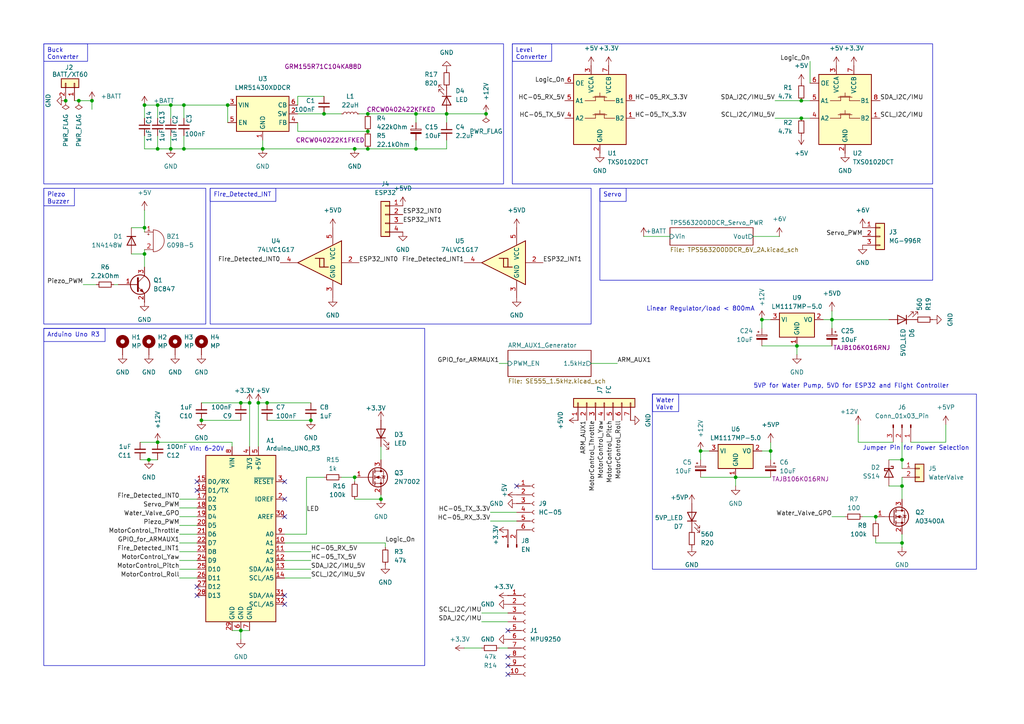
<source format=kicad_sch>
(kicad_sch (version 20250114) (generator "eeschema") (generator_version "9.0")
  (paper "A4")
  (rectangle (start 12.7 95.25) (end 123.19 193.04))
  (rectangle (start 189.23 114.3) (end 283.21 165.1))
  (rectangle (start 148.59 12.7) (end 270.51 53.34))
  (rectangle (start 60.96 54.61) (end 171.45 93.98))
  (rectangle (start 173.99 54.61) (end 270.51 81.28))
  (rectangle (start 12.7 12.7) (end 146.05 53.34))
  (rectangle (start 12.7 54.61) (end 59.69 93.98))
  (text "Vin: 6~20V" (at 59.944 130.302 0) (effects (font (size 1.27 1.27))))
  (text "5VP for Water Pump, 5VD for ESP32 and Flight Controller" (at 246.888 112.014 0) (effects (font (size 1.27 1.27))))
  (text "Linear Regulator/load < 800mA" (at 203.2 89.662 0) (effects (font (size 1.27 1.27))))
  (text "Jumper Pin for Power Selection" (at 265.684 130.048 0) (effects (font (size 1.27 1.27))))
  (text_box "Servo" (at 173.99 54.61 0) (size 7.62 3.81) (margins 0.9525 0.9525 0.9525 0.9525) (effects (font (size 1.27 1.27)) (justify left top)))
  (text_box "Piezo Buzzer" (at 12.7 54.61 0) (size 8.89 5.08) (margins 0.9525 0.9525 0.9525 0.9525) (effects (font (size 1.27 1.27)) (justify left top)))
  (text_box "Level Converter" (at 148.59 12.7 0) (size 11.43 5.08) (margins 0.9525 0.9525 0.9525 0.9525) (effects (font (size 1.27 1.27)) (justify left top)))
  (text_box "Fire_Detected_INT" (at 60.96 54.61 0) (size 19.05 3.81) (margins 0.9525 0.9525 0.9525 0.9525) (effects (font (size 1.27 1.27)) (justify left top)))
  (text_box "Arduino Uno R3" (at 12.7 95.25 0) (size 17.78 3.81) (margins 0.9525 0.9525 0.9525 0.9525) (effects (font (size 1.27 1.27)) (justify left top)))
  (text_box "Water Valve" (at 189.23 114.3 0) (size 7.62 5.08) (margins 0.9525 0.9525 0.9525 0.9525) (effects (font (size 1.27 1.27)) (justify left top)))
  (text_box "Buck Converter" (at 12.7 12.7 0) (size 12.7 5.08) (margins 0.9525 0.9525 0.9525 0.9525) (effects (font (size 1.27 1.27)) (justify left top)))
  (junction (at 110.49 144.78))
  (junction (at 76.2 43.18))
  (junction (at 41.91 66.04))
  (junction (at 66.04 30.48))
  (junction (at 140.97 33.02))
  (junction (at 223.52 130.81))
  (junction (at 93.98 33.02))
  (junction (at 72.39 116.84))
  (junction (at 232.41 29.21))
  (junction (at 106.68 33.02))
  (junction (at 232.41 34.29))
  (junction (at 45.72 43.18))
  (junction (at 77.47 116.84))
  (junction (at 41.91 73.66))
  (junction (at 203.2 130.81))
  (junction (at 254 149.86))
  (junction (at 69.85 182.88))
  (junction (at 49.53 43.18))
  (junction (at 261.62 157.48))
  (junction (at 53.34 30.48))
  (junction (at 45.72 128.27))
  (junction (at 58.42 121.92))
  (junction (at 241.3 92.71))
  (junction (at 22.86 29.21))
  (junction (at 129.54 33.02))
  (junction (at 120.65 33.02))
  (junction (at 49.53 30.48))
  (junction (at 43.18 133.35))
  (junction (at 261.62 133.35))
  (junction (at 102.87 138.43))
  (junction (at 19.05 29.21))
  (junction (at 220.98 92.71))
  (junction (at 106.68 38.1))
  (junction (at 41.91 30.48))
  (junction (at 102.87 43.18))
  (junction (at 45.72 30.48))
  (junction (at 53.34 43.18))
  (junction (at 90.17 121.92))
  (junction (at 74.93 116.84))
  (junction (at 106.68 43.18))
  (junction (at 213.36 138.43))
  (junction (at 120.65 43.18))
  (junction (at 69.85 116.84))
  (junction (at 231.14 100.33))
  (junction (at 261.62 140.97))
  (junction (at 26.67 29.21))
  (no_connect (at 147.32 193.04))
  (no_connect (at 82.55 175.26))
  (no_connect (at 149.86 140.97))
  (no_connect (at 57.15 170.18))
  (no_connect (at 82.55 149.86))
  (no_connect (at 57.15 172.72))
  (no_connect (at 82.55 172.72))
  (no_connect (at 82.55 139.7))
  (no_connect (at 57.15 139.7))
  (no_connect (at 57.15 142.24))
  (no_connect (at 147.32 195.58))
  (no_connect (at 147.32 190.5))
  (no_connect (at 147.32 182.88))
  (no_connect (at 82.55 144.78))
  (wire (pts (xy 248.92 123.19) (xy 248.92 128.27)))
  (wire (pts (xy 134.62 187.96) (xy 139.7 187.96)))
  (wire (pts (xy 41.91 43.18) (xy 45.72 43.18)))
  (wire (pts (xy 220.98 92.71) (xy 223.52 92.71)))
  (wire (pts (xy 86.36 30.48) (xy 86.36 27.94)))
  (wire (pts (xy 72.39 116.84) (xy 72.39 129.54)))
  (wire (pts (xy 76.2 43.18) (xy 76.2 40.64)))
  (wire (pts (xy 261.62 138.43) (xy 261.62 140.97)))
  (wire (pts (xy 52.07 165.1) (xy 57.15 165.1)))
  (wire (pts (xy 224.79 29.21) (xy 232.41 29.21)))
  (wire (pts (xy 82.55 154.94) (xy 88.9 154.94)))
  (wire (pts (xy 120.65 40.64) (xy 120.65 43.18)))
  (wire (pts (xy 52.07 152.4) (xy 57.15 152.4)))
  (wire (pts (xy 45.72 128.27) (xy 67.31 128.27)))
  (wire (pts (xy 53.34 34.29) (xy 53.34 30.48)))
  (wire (pts (xy 88.9 138.43) (xy 88.9 154.94)))
  (wire (pts (xy 53.34 43.18) (xy 76.2 43.18)))
  (wire (pts (xy 76.2 43.18) (xy 102.87 43.18)))
  (wire (pts (xy 274.32 123.19) (xy 274.32 128.27)))
  (wire (pts (xy 53.34 39.37) (xy 53.34 43.18)))
  (wire (pts (xy 41.91 66.04) (xy 41.91 67.31)))
  (wire (pts (xy 203.2 138.43) (xy 213.36 138.43)))
  (wire (pts (xy 82.55 165.1) (xy 90.17 165.1)))
  (wire (pts (xy 99.06 138.43) (xy 102.87 138.43)))
  (wire (pts (xy 220.98 130.81) (xy 223.52 130.81)))
  (wire (pts (xy 40.64 133.35) (xy 43.18 133.35)))
  (wire (pts (xy 261.62 154.94) (xy 261.62 157.48)))
  (wire (pts (xy 234.95 17.78) (xy 234.95 24.13)))
  (wire (pts (xy 218.44 68.58) (xy 226.06 68.58)))
  (wire (pts (xy 77.47 121.92) (xy 90.17 121.92)))
  (wire (pts (xy 171.45 105.41) (xy 179.07 105.41)))
  (wire (pts (xy 82.55 167.64) (xy 90.17 167.64)))
  (wire (pts (xy 41.91 60.96) (xy 41.91 66.04)))
  (wire (pts (xy 52.07 154.94) (xy 57.15 154.94)))
  (wire (pts (xy 74.93 116.84) (xy 74.93 129.54)))
  (wire (pts (xy 24.13 82.55) (xy 27.94 82.55)))
  (wire (pts (xy 254 149.86) (xy 254 151.13)))
  (wire (pts (xy 82.55 160.02) (xy 90.17 160.02)))
  (wire (pts (xy 254 157.48) (xy 254 156.21)))
  (wire (pts (xy 86.36 38.1) (xy 86.36 35.56)))
  (wire (pts (xy 120.65 33.02) (xy 129.54 33.02)))
  (wire (pts (xy 86.36 27.94) (xy 93.98 27.94)))
  (wire (pts (xy 26.67 29.21) (xy 26.67 31.75)))
  (wire (pts (xy 129.54 43.18) (xy 120.65 43.18)))
  (wire (pts (xy 238.76 92.71) (xy 241.3 92.71)))
  (wire (pts (xy 33.02 82.55) (xy 34.29 82.55)))
  (wire (pts (xy 82.55 157.48) (xy 111.76 157.48)))
  (wire (pts (xy 220.98 92.71) (xy 220.98 95.25)))
  (wire (pts (xy 147.32 180.34) (xy 139.7 180.34)))
  (wire (pts (xy 93.98 138.43) (xy 88.9 138.43)))
  (wire (pts (xy 106.68 33.02) (xy 120.65 33.02)))
  (wire (pts (xy 241.3 90.17) (xy 241.3 92.71)))
  (wire (pts (xy 257.81 133.35) (xy 261.62 133.35)))
  (wire (pts (xy 67.31 128.27) (xy 67.31 129.54)))
  (wire (pts (xy 58.42 121.92) (xy 69.85 121.92)))
  (wire (pts (xy 41.91 72.39) (xy 41.91 73.66)))
  (wire (pts (xy 232.41 34.29) (xy 234.95 34.29)))
  (wire (pts (xy 261.62 157.48) (xy 261.62 158.75)))
  (wire (pts (xy 213.36 138.43) (xy 213.36 140.97)))
  (wire (pts (xy 52.07 160.02) (xy 57.15 160.02)))
  (wire (pts (xy 43.18 133.35) (xy 45.72 133.35)))
  (wire (pts (xy 69.85 116.84) (xy 72.39 116.84)))
  (wire (pts (xy 38.1 73.66) (xy 41.91 73.66)))
  (wire (pts (xy 203.2 130.81) (xy 205.74 130.81)))
  (wire (pts (xy 26.67 29.21) (xy 22.86 29.21)))
  (wire (pts (xy 120.65 43.18) (xy 106.68 43.18)))
  (wire (pts (xy 102.87 138.43) (xy 102.87 139.7)))
  (wire (pts (xy 264.16 128.27) (xy 274.32 128.27)))
  (wire (pts (xy 223.52 128.27) (xy 223.52 130.81)))
  (wire (pts (xy 120.65 33.02) (xy 120.65 35.56)))
  (wire (pts (xy 52.07 162.56) (xy 57.15 162.56)))
  (wire (pts (xy 45.72 30.48) (xy 49.53 30.48)))
  (wire (pts (xy 203.2 130.81) (xy 203.2 133.35)))
  (wire (pts (xy 38.1 66.04) (xy 41.91 66.04)))
  (wire (pts (xy 254 157.48) (xy 261.62 157.48)))
  (wire (pts (xy 224.79 34.29) (xy 232.41 34.29)))
  (wire (pts (xy 69.85 182.88) (xy 69.85 185.42)))
  (wire (pts (xy 147.32 177.8) (xy 139.7 177.8)))
  (wire (pts (xy 129.54 33.02) (xy 129.54 35.56)))
  (wire (pts (xy 93.98 33.02) (xy 99.06 33.02)))
  (wire (pts (xy 110.49 144.78) (xy 110.49 143.51)))
  (wire (pts (xy 106.68 38.1) (xy 86.36 38.1)))
  (wire (pts (xy 102.87 144.78) (xy 110.49 144.78)))
  (wire (pts (xy 241.3 95.25) (xy 241.3 92.71)))
  (wire (pts (xy 220.98 100.33) (xy 231.14 100.33)))
  (wire (pts (xy 41.91 39.37) (xy 41.91 43.18)))
  (wire (pts (xy 52.07 149.86) (xy 57.15 149.86)))
  (wire (pts (xy 257.81 140.97) (xy 261.62 140.97)))
  (wire (pts (xy 41.91 30.48) (xy 41.91 34.29)))
  (wire (pts (xy 52.07 157.48) (xy 57.15 157.48)))
  (wire (pts (xy 142.24 151.13) (xy 149.86 151.13)))
  (wire (pts (xy 241.3 149.86) (xy 245.11 149.86)))
  (wire (pts (xy 104.14 33.02) (xy 106.68 33.02)))
  (wire (pts (xy 129.54 40.64) (xy 129.54 43.18)))
  (wire (pts (xy 77.47 116.84) (xy 90.17 116.84)))
  (wire (pts (xy 49.53 43.18) (xy 53.34 43.18)))
  (wire (pts (xy 110.49 129.54) (xy 110.49 133.35)))
  (wire (pts (xy 45.72 43.18) (xy 49.53 43.18)))
  (wire (pts (xy 40.64 128.27) (xy 45.72 128.27)))
  (wire (pts (xy 186.69 68.58) (xy 194.31 68.58)))
  (wire (pts (xy 49.53 34.29) (xy 49.53 30.48)))
  (wire (pts (xy 213.36 138.43) (xy 223.52 138.43)))
  (wire (pts (xy 58.42 116.84) (xy 69.85 116.84)))
  (wire (pts (xy 144.78 187.96) (xy 147.32 187.96)))
  (wire (pts (xy 232.41 29.21) (xy 234.95 29.21)))
  (wire (pts (xy 22.86 29.21) (xy 21.59 29.21)))
  (wire (pts (xy 231.14 100.33) (xy 241.3 100.33)))
  (wire (pts (xy 223.52 133.35) (xy 223.52 130.81)))
  (wire (pts (xy 74.93 116.84) (xy 77.47 116.84)))
  (wire (pts (xy 261.62 133.35) (xy 261.62 135.89)))
  (wire (pts (xy 69.85 182.88) (xy 72.39 182.88)))
  (wire (pts (xy 45.72 30.48) (xy 45.72 34.29)))
  (wire (pts (xy 52.07 147.32) (xy 57.15 147.32)))
  (wire (pts (xy 52.07 144.78) (xy 57.15 144.78)))
  (wire (pts (xy 52.07 167.64) (xy 57.15 167.64)))
  (wire (pts (xy 144.78 105.41) (xy 147.32 105.41)))
  (wire (pts (xy 86.36 33.02) (xy 93.98 33.02)))
  (wire (pts (xy 261.62 140.97) (xy 261.62 144.78)))
  (wire (pts (xy 248.92 128.27) (xy 259.08 128.27)))
  (wire (pts (xy 49.53 39.37) (xy 49.53 43.18)))
  (wire (pts (xy 111.76 157.48) (xy 111.76 158.75)))
  (wire (pts (xy 241.3 92.71) (xy 257.81 92.71)))
  (wire (pts (xy 66.04 30.48) (xy 66.04 35.56)))
  (wire (pts (xy 82.55 162.56) (xy 90.17 162.56)))
  (wire (pts (xy 67.31 182.88) (xy 69.85 182.88)))
  (wire (pts (xy 53.34 30.48) (xy 66.04 30.48)))
  (wire (pts (xy 41.91 73.66) (xy 41.91 77.47)))
  (wire (pts (xy 261.62 128.27) (xy 261.62 133.35)))
  (wire (pts (xy 142.24 148.59) (xy 149.86 148.59)))
  (wire (pts (xy 250.19 149.86) (xy 254 149.86)))
  (wire (pts (xy 41.91 30.48) (xy 45.72 30.48)))
  (wire (pts (xy 45.72 39.37) (xy 45.72 43.18)))
  (wire (pts (xy 129.54 33.02) (xy 140.97 33.02)))
  (wire (pts (xy 231.14 100.33) (xy 231.14 102.87)))
  (wire (pts (xy 106.68 43.18) (xy 102.87 43.18)))
  (wire (pts (xy 49.53 30.48) (xy 53.34 30.48)))
  (label "MotorControl_Yaw" (at 175.26 121.92 270))
  (label "Servo_PWM" (at 250.19 68.58 180))
  (label "SCL_I2C{slash}IMU_5V" (at 90.17 167.64 0))
  (label "ESP32_INT0" (at 116.84 62.23 0))
  (label "HC-05_RX_5V" (at 163.83 29.21 180))
  (label "Logic_On" (at 163.83 24.13 180))
  (label "Fire_Detected_INT1" (at 134.62 76.2 180))
  (label "MotorControl_Pitch" (at 177.8 121.92 270))
  (label "Fire_Detected_INT1" (at 52.07 160.02 180))
  (label "Water_Valve_GPO" (at 241.3 149.86 180))
  (label "SDA_I2C{slash}IMU_5V" (at 224.79 29.21 180))
  (label "SDA_I2C{slash}IMU" (at 139.7 180.34 180))
  (label "ESP32_INT0" (at 104.14 76.2 0))
  (label "SCL_I2C{slash}IMU" (at 255.27 34.29 0))
  (label "MotorControl_Yaw" (at 52.07 162.56 180))
  (label "Servo_PWM" (at 52.07 147.32 180))
  (label "SCL_I2C{slash}IMU_5V" (at 224.79 34.29 180))
  (label "GPIO_for_ARMAUX1" (at 144.78 105.41 180))
  (label "ARM_AUX1" (at 179.07 105.41 0))
  (label "Logic_On" (at 111.76 157.48 0))
  (label "HC-05_RX_3.3V" (at 142.24 151.13 180))
  (label "Logic_On" (at 234.95 17.78 180))
  (label "ESP32_INT1" (at 157.48 76.2 0))
  (label "HC-05_TX_3.3V" (at 142.24 148.59 180))
  (label "ESP32_INT1" (at 116.84 64.77 0))
  (label "Water_Valve_GPO" (at 52.07 149.86 180))
  (label "MotorControl_Throttle" (at 172.72 121.92 270))
  (label "MotorControl_Throttle" (at 52.07 154.94 180))
  (label "Fire_Detected_INT0" (at 81.28 76.2 180))
  (label "LED" (at 88.9 148.59 0))
  (label "HC-05_RX_5V" (at 90.17 160.02 0))
  (label "GPIO_for_ARMAUX1" (at 52.07 157.48 180))
  (label "SCL_I2C{slash}IMU" (at 139.7 177.8 180))
  (label "HC-05_RX_3.3V" (at 184.15 29.21 0))
  (label "SDA_I2C{slash}IMU_5V" (at 90.17 165.1 0))
  (label "SDA_I2C{slash}IMU" (at 255.27 29.21 0))
  (label "Fire_Detected_INT0" (at 52.07 144.78 180))
  (label "ARM_AUX1" (at 170.18 121.92 270))
  (label "HC-05_TX_3.3V" (at 184.15 34.29 0))
  (label "MotorControl_Roll" (at 52.07 167.64 180))
  (label "MotorControl_Roll" (at 180.34 121.92 270))
  (label "Piezo_PWM" (at 52.07 152.4 180))
  (label "Piezo_PWM" (at 24.13 82.55 180))
  (label "MotorControl_Pitch" (at 52.07 165.1 180))
  (label "HC-05_TX_5V" (at 163.83 34.29 180))
  (label "HC-05_TX_5V" (at 90.17 162.56 0))
  (symbol (lib_id "Mechanical:MountingHole_Pad") (at 50.8 100.33 0) (unit 1) (exclude_from_sim yes) (in_bom no)
    (property "Reference" "H3" (at 53.34 97.7899 0) (effects (justify left)))
    (property "Value" "MP" (at 53.34 100.3299 0) (effects (justify left)))
    (property "Footprint" "MountingHole:MountingHole_3.2mm_M3_Pad_Via" (effects (hide yes)))
    (property "Description" "Mounting Hole with connection" (effects (hide yes)))
  )
  (symbol (lib_id "power:GND") (at 147.32 185.42 270) (unit 1)
    (property "Reference" "#PWR010" (effects (hide yes)))
    (property "Value" "GND" (at 143.51 185.4199 90) (effects (justify right)))
    (property "Description" "Power symbol creates a global label with name \"GND\" , ground" (effects (hide yes)))
  )
  (symbol (lib_id "Device:Buzzer") (at 44.45 69.85 0) (unit 1)
    (property "Reference" "BZ1" (at 48.26 68.5799 0) (effects (justify left)))
    (property "Value" "G09B-5" (at 48.26 71.1199 0) (effects (justify left)))
    (property "Footprint" "NuBiHo_Lib:[GEC] G09B-5" (effects (hide yes)))
    (property "Description" "Buzzer, polarized" (effects (hide yes)))
  )
  (symbol (lib_id "power:GND") (at 102.87 43.18 0) (unit 1)
    (property "Reference" "#PWR020" (effects (hide yes)))
    (property "Value" "GND" (at 102.87 48.26 0))
    (property "Description" "Power symbol creates a global label with name \"GND\" , ground" (effects (hide yes)))
  )
  (symbol (lib_id "power:+5VP") (at 223.52 128.27 0) (unit 1)
    (property "Reference" "#PWR032" (effects (hide yes)))
    (property "Value" "+5VP" (at 223.52 123.19 0))
    (property "Description" "Power symbol creates a global label with name \"+5VP\"" (effects (hide yes)))
  )
  (symbol (lib_id "power:+5VD") (at 149.86 66.04 0) (unit 1)
    (property "Reference" "#PWR027" (effects (hide yes)))
    (property "Value" "+5VD" (at 149.86 60.96 0))
    (property "Description" "Power symbol creates a global label with name \"+5VD\"" (effects (hide yes)))
  )
  (symbol (lib_id "Transistor_FET:2N7002") (at 107.95 138.43 0) (unit 1)
    (property "Reference" "Q3" (at 114.3 137.1599 0) (effects (justify left)))
    (property "Value" "2N7002" (at 114.3 139.6999 0) (effects (justify left)))
    (property "Footprint" "Package_TO_SOT_SMD:SOT-23" (effects (hide yes)))
    (property "Datasheet" "https://www.onsemi.com/pub/Collateral/NDS7002A-D.PDF" (effects (hide yes)))
    (property "Description" "0.115A Id, 60V Vds, N-Channel MOSFET, SOT-23" (effects (hide yes)))
  )
  (symbol (lib_id "power:GND") (at 270.51 92.71 90) (unit 1)
    (property "Reference" "#PWR055" (effects (hide yes)))
    (property "Value" "GND" (at 275.59 92.71 0))
    (property "Description" "Power symbol creates a global label with name \"GND\" , ground" (effects (hide yes)))
  )
  (symbol (lib_id "power:+5V") (at 242.57 19.05 0) (unit 1)
    (property "Reference" "#PWR012" (effects (hide yes)))
    (property "Value" "+5V" (at 242.57 13.97 0))
    (property "Description" "Power symbol creates a global label with name \"+5V\"" (effects (hide yes)))
  )
  (symbol (lib_id "power:+3.3V") (at 147.32 172.72 90) (unit 1)
    (property "Reference" "#PWR08" (effects (hide yes)))
    (property "Value" "+3.3V" (at 146.05 170.18 90))
    (property "Description" "Power symbol creates a global label with name \"+3.3V\"" (effects (hide yes)))
  )
  (symbol (lib_id "power:+5VD") (at 241.3 90.17 0) (unit 1)
    (property "Reference" "#PWR044" (effects (hide yes)))
    (property "Value" "+5VD" (at 241.3 85.09 0))
    (property "Description" "Power symbol creates a global label with name \"+5VD\"" (effects (hide yes)))
  )
  (symbol (lib_id "power:GND") (at 90.17 121.92 0) (unit 1)
    (property "Reference" "#PWR033" (effects (hide yes)))
    (property "Value" "GND" (at 90.17 127 0))
    (property "Description" "Power symbol creates a global label with name \"GND\" , ground" (effects (hide yes)))
  )
  (symbol (lib_id "power:+3.3V") (at 134.62 187.96 90) (unit 1)
    (property "Reference" "#PWR050" (effects (hide yes)))
    (property "Value" "+3.3V" (at 133.35 185.42 90))
    (property "Description" "Power symbol creates a global label with name \"+3.3V\"" (effects (hide yes)))
  )
  (symbol (lib_id "power:+5V") (at 74.93 116.84 0) (unit 1)
    (property "Reference" "#PWR03" (effects (hide yes)))
    (property "Value" "+5V" (at 76.2 113.284 0))
    (property "Description" "Power symbol creates a global label with name \"+5V\"" (effects (hide yes)))
  )
  (symbol (lib_id "power:GND") (at 41.91 87.63 0) (unit 1)
    (property "Reference" "#PWR024" (effects (hide yes)))
    (property "Value" "GND" (at 41.91 92.71 0))
    (property "Description" "Power symbol creates a global label with name \"GND\" , ground" (effects (hide yes)))
  )
  (symbol (lib_id "power:GND") (at 182.88 121.92 90) (unit 1)
    (property "Reference" "#PWR038" (effects (hide yes)))
    (property "Value" "GND" (at 187.96 121.92 0))
    (property "Description" "Power symbol creates a global label with name \"GND\" , ground" (effects (hide yes)))
  )
  (symbol (lib_id "power:GND") (at 76.2 43.18 0) (unit 1)
    (property "Reference" "#PWR019" (effects (hide yes)))
    (property "Value" "GND" (at 76.2 48.26 0))
    (property "Description" "Power symbol creates a global label with name \"GND\" , ground" (effects (hide yes)))
  )
  (symbol (lib_id "Device:C_Polarized_Small") (at 120.65 38.1 0) (unit 1)
    (property "Reference" "C15" (at 123.19 36.8362 0) (effects (justify left)))
    (property "Value" "10uF" (at 123.19 39.3762 0) (effects (justify left)))
    (property "Footprint" "Capacitor_Tantalum_SMD:CP_EIA-6032-28_Kemet-C" (effects (hide yes)))
    (property "Description" "Polarized capacitor, small symbol" (effects (hide yes)))
    (property "Part No." "593D106X9025C2TE3" (effects (hide yes)))
  )
  (symbol (lib_id "power:+BATT") (at 26.67 29.21 0) (unit 1)
    (property "Reference" "#PWR018" (effects (hide yes)))
    (property "Value" "+BATT" (at 29.21 27.9399 0) (effects (justify left)))
    (property "Description" "Power symbol creates a global label with name \"+BATT\"" (effects (hide yes)))
  )
  (symbol (lib_id "power:+12V") (at 203.2 130.81 0) (mirror y) (unit 1)
    (property "Reference" "#PWR058" (effects (hide yes)))
    (property "Value" "+12V" (at 203.2001 127 90) (effects (justify left)))
    (property "Description" "Power symbol creates a global label with name \"+12V\"" (effects (hide yes)))
  )
  (symbol (lib_id "Device:C_Polarized_Small") (at 203.2 135.89 0) (unit 1)
    (property "Reference" "C5" (at 200.66 134.0738 0) (effects (justify right)))
    (property "Value" "10uF" (at 200.66 136.6138 0) (effects (justify right)))
    (property "Footprint" "Capacitor_Tantalum_SMD:CP_EIA-3528-21_Kemet-B_Pad1.50x2.35mm_HandSolder" (effects (hide yes)))
    (property "Description" "Polarized capacitor, small symbol" (effects (hide yes)))
  )
  (symbol (lib_id "Device:R_Small") (at 254 153.67 0) (mirror y) (unit 1)
    (property "Reference" "R8" (at 251.46 152.3999 0) (effects (justify left)))
    (property "Value" "100k" (at 251.46 154.9399 0) (effects (justify left)))
    (property "Footprint" "Resistor_SMD:R_0402_1005Metric" (effects (hide yes)))
    (property "Description" "Resistor, small symbol" (effects (hide yes)))
  )
  (symbol (lib_id "Diode:1N4148W") (at 38.1 69.85 270) (unit 1)
    (property "Reference" "D1" (at 35.56 68.5799 90) (effects (justify right)))
    (property "Value" "1N4148W" (at 35.56 71.1199 90) (effects (justify right)))
    (property "Footprint" "Diode_SMD:D_SOD-123" (effects (hide yes)))
    (property "Datasheet" "https://www.vishay.com/docs/85748/1n4148w.pdf" (effects (hide yes)))
    (property "Description" "75V 0.15A Fast Switching Diode, SOD-123" (effects (hide yes)))
    (property "Sim.Device" "D" (effects (hide yes)))
    (property "Sim.Pins" "1=K 2=A" (effects (hide yes)))
  )
  (symbol (lib_id "power:+BATT") (at 186.69 68.58 0) (unit 1)
    (property "Reference" "#PWR063" (effects (hide yes)))
    (property "Value" "+BATT" (at 187.198 67.056 0) (effects (justify left)))
    (property "Description" "Power symbol creates a global label with name \"+BATT\"" (effects (hide yes)))
  )
  (symbol (lib_id "Mechanical:MountingHole_Pad") (at 35.56 100.33 0) (unit 1) (exclude_from_sim yes) (in_bom no)
    (property "Reference" "H1" (at 38.1 97.7899 0) (effects (justify left)))
    (property "Value" "MP" (at 38.1 100.3299 0) (effects (justify left)))
    (property "Footprint" "MountingHole:MountingHole_3.2mm_M3_Pad_Via" (effects (hide yes)))
    (property "Description" "Mounting Hole with connection" (effects (hide yes)))
  )
  (symbol (lib_id "Device:R_Small") (at 232.41 26.67 0) (mirror y) (unit 1)
    (property "Reference" "R1" (at 229.87 25.3999 0) (effects (justify left)))
    (property "Value" "4.7k" (at 229.87 27.9399 0) (effects (justify left)))
    (property "Footprint" "Resistor_SMD:R_0402_1005Metric" (effects (hide yes)))
    (property "Description" "Resistor, small symbol" (effects (hide yes)))
  )
  (symbol (lib_id "Connector_Generic:Conn_01x04") (at 111.76 62.23 0) (mirror y) (unit 1)
    (property "Reference" "J4" (at 111.76 53.34 0))
    (property "Value" "ESP32" (at 111.76 55.88 0))
    (property "Footprint" "Connector_Molex:Molex_SPOX_5267-04A_1x04_P2.50mm_Vertical" (effects (hide yes)))
    (property "Description" "Generic connector, single row, 01x04, script generated (kicad-library-utils/schlib/autogen/connector/)" (effects (hide yes)))
  )
  (symbol (lib_id "Device:C_Small") (at 129.54 38.1 0) (unit 1)
    (property "Reference" "C4" (at 132.08 36.8362 0) (effects (justify left)))
    (property "Value" "2.2uF" (at 132.08 39.3762 0) (effects (justify left)))
    (property "Footprint" "Capacitor_SMD:C_0805_2012Metric" (effects (hide yes)))
    (property "Description" "Unpolarized capacitor, small symbol" (effects (hide yes)))
    (property "Part No." "GRM21BR71C225KA12L" (effects (hide yes)))
  )
  (symbol (lib_id "power:GND") (at 261.62 158.75 0) (mirror y) (unit 1)
    (property "Reference" "#PWR031" (effects (hide yes)))
    (property "Value" "GND" (at 261.62 163.83 0))
    (property "Description" "Power symbol creates a global label with name \"GND\" , ground" (effects (hide yes)))
  )
  (symbol (lib_id "Device:R_Small") (at 267.97 92.71 270) (mirror x) (unit 1)
    (property "Reference" "R19" (at 269.2401 90.17 0) (effects (justify left)))
    (property "Value" "560" (at 266.7001 90.17 0) (effects (justify left)))
    (property "Footprint" "Resistor_SMD:R_0402_1005Metric" (effects (hide yes)))
    (property "Description" "Resistor, small symbol" (effects (hide yes)))
  )
  (symbol (lib_id "Device:R_Small") (at 142.24 187.96 270) (unit 1)
    (property "Reference" "R14" (at 142.24 193.04 90))
    (property "Value" "47k" (at 142.24 190.5 90))
    (property "Footprint" "Resistor_SMD:R_0402_1005Metric" (effects (hide yes)))
    (property "Description" "Resistor, small symbol" (effects (hide yes)))
  )
  (symbol (lib_id "power:GND") (at 213.36 140.97 0) (mirror y) (unit 1)
    (property "Reference" "#PWR030" (effects (hide yes)))
    (property "Value" "GND" (at 213.36 146.05 0))
    (property "Description" "Power symbol creates a global label with name \"GND\" , ground" (effects (hide yes)))
  )
  (symbol (lib_id "Diode:SS14") (at 257.81 137.16 270) (unit 1)
    (property "Reference" "D2" (at 255.27 135.5724 90) (effects (justify right)))
    (property "Value" "SS14" (at 255.27 138.1124 90) (effects (justify right)))
    (property "Footprint" "Diode_SMD:D_SMA" (effects (hide yes)))
    (property "Datasheet" "https://www.vishay.com/docs/88746/ss12.pdf" (effects (hide yes)))
    (property "Description" "40V 1A Schottky Diode, SMA" (effects (hide yes)))
  )
  (symbol (lib_id "power:+5VP") (at 274.32 123.19 0) (unit 1)
    (property "Reference" "#PWR037" (effects (hide yes)))
    (property "Value" "+5VP" (at 274.32 118.11 0))
    (property "Description" "Power symbol creates a global label with name \"+5VP\"" (effects (hide yes)))
  )
  (symbol (lib_id "power:+5V") (at 171.45 19.05 0) (unit 1)
    (property "Reference" "#PWR05" (effects (hide yes)))
    (property "Value" "+5V" (at 171.45 13.97 0))
    (property "Description" "Power symbol creates a global label with name \"+5V\"" (effects (hide yes)))
  )
  (symbol (lib_id "power:GND") (at 245.11 44.45 0) (unit 1)
    (property "Reference" "#PWR013" (effects (hide yes)))
    (property "Value" "GND" (at 245.11 49.53 0))
    (property "Description" "Power symbol creates a global label with name \"GND\" , ground" (effects (hide yes)))
  )
  (symbol (lib_id "Device:R_Small") (at 30.48 82.55 90) (unit 1)
    (property "Reference" "R6" (at 30.48 77.47 90))
    (property "Value" "2.2kOhm" (at 30.48 80.01 90))
    (property "Footprint" "Resistor_SMD:R_0402_1005Metric" (effects (hide yes)))
    (property "Description" "Resistor, small symbol" (effects (hide yes)))
  )
  (symbol (lib_id "Device:R_Small") (at 129.54 22.86 0) (mirror y) (unit 1)
    (property "Reference" "R17" (at 127 21.5899 0) (effects (justify left)))
    (property "Value" "820" (at 127 24.1299 0) (effects (justify left)))
    (property "Footprint" "Resistor_SMD:R_0402_1005Metric" (effects (hide yes)))
    (property "Description" "Resistor, small symbol" (effects (hide yes)))
  )
  (symbol (lib_id "Device:LED") (at 110.49 125.73 90) (unit 1)
    (property "Reference" "D3" (at 114.3 126.0474 90) (effects (justify right)))
    (property "Value" "LED" (at 114.3 128.5874 90) (effects (justify right)))
    (property "Footprint" "LED_SMD:LED_0805_2012Metric" (effects (hide yes)))
    (property "Description" "Light emitting diode" (effects (hide yes)))
  )
  (symbol (lib_id "power:GND") (at 250.19 71.12 0) (unit 1)
    (property "Reference" "#PWR022" (effects (hide yes)))
    (property "Value" "GND" (at 250.19 76.2 0))
    (property "Description" "Power symbol creates a global label with name \"GND\" , ground" (effects (hide yes)))
  )
  (symbol (lib_id "Device:R_Small") (at 200.66 156.21 0) (mirror x) (unit 1)
    (property "Reference" "R20" (at 203.2 157.4801 0) (effects (justify left)))
    (property "Value" "560" (at 203.2 154.9401 0) (effects (justify left)))
    (property "Footprint" "Resistor_SMD:R_0402_1005Metric" (effects (hide yes)))
    (property "Description" "Resistor, small symbol" (effects (hide yes)))
  )
  (symbol (lib_id "Device:R_Small") (at 247.65 149.86 90) (unit 1)
    (property "Reference" "R7" (at 247.65 144.78 90))
    (property "Value" "100" (at 247.65 147.32 90))
    (property "Footprint" "Resistor_SMD:R_0402_1005Metric" (effects (hide yes)))
    (property "Description" "Resistor, small symbol" (effects (hide yes)))
  )
  (symbol (lib_id "power:GND") (at 129.54 20.32 180) (unit 1)
    (property "Reference" "#PWR053" (effects (hide yes)))
    (property "Value" "GND" (at 129.54 15.24 0))
    (property "Description" "Power symbol creates a global label with name \"GND\" , ground" (effects (hide yes)))
  )
  (symbol (lib_id "power:GND") (at 111.76 163.83 0) (unit 1)
    (property "Reference" "#PWR016" (effects (hide yes)))
    (property "Value" "GND" (at 111.76 168.91 0))
    (property "Description" "Power symbol creates a global label with name \"GND\" , ground" (effects (hide yes)))
  )
  (symbol (lib_id "Transistor_BJT:BC847") (at 39.37 82.55 0) (unit 1)
    (property "Reference" "Q1" (at 44.45 81.2799 0) (effects (justify left)))
    (property "Value" "BC847" (at 44.45 83.8199 0) (effects (justify left)))
    (property "Footprint" "Package_TO_SOT_SMD:SOT-23" (effects (hide yes)))
    (property "Datasheet" "http://www.infineon.com/dgdl/Infineon-BC847SERIES_BC848SERIES_BC849SERIES_BC850SERIES-DS-v01_01-en.pdf?fileId=db3a304314dca389011541d4630a1657" (effects (hide yes)))
    (property "Description" "0.1A Ic, 45V Vce, NPN Transistor, SOT-23" (effects (hide yes)))
  )
  (symbol (lib_id "Mechanical:MountingHole_Pad") (at 43.18 100.33 0) (unit 1) (exclude_from_sim yes) (in_bom no)
    (property "Reference" "H2" (at 45.72 97.7899 0) (effects (justify left)))
    (property "Value" "MP" (at 45.72 100.3299 0) (effects (justify left)))
    (property "Footprint" "MountingHole:MountingHole_3.2mm_M3_Pad_Via" (effects (hide yes)))
    (property "Description" "Mounting Hole with connection" (effects (hide yes)))
  )
  (symbol (lib_id "Connector:Conn_01x10_Socket") (at 152.4 182.88 0) (unit 1)
    (property "Reference" "J1" (at 153.67 182.8799 0) (effects (justify left)))
    (property "Value" "MPU9250" (at 153.67 185.4199 0) (effects (justify left)))
    (property "Footprint" "Connector_PinHeader_2.54mm:PinHeader_1x10_P2.54mm_Vertical" (effects (hide yes)))
    (property "Description" "Generic connector, single row, 01x10, script generated" (effects (hide yes)))
  )
  (symbol (lib_id "Device:C_Polarized_Small") (at 241.3 97.79 0) (mirror y) (unit 1)
    (property "Reference" "C25" (at 243.84 95.9738 0) (effects (justify right)))
    (property "Value" "10uF" (at 243.84 98.5138 0) (effects (justify right)))
    (property "Footprint" "Capacitor_Tantalum_SMD:CP_EIA-3528-21_Kemet-B" (effects (hide yes)))
    (property "Description" "Polarized capacitor, small symbol" (effects (hide yes)))
    (property "Part No." "TAJB106K016RNJ" (at 249.936 100.838 0))
  )
  (symbol (lib_id "power:GND") (at 149.86 146.05 270) (mirror x) (unit 1)
    (property "Reference" "#PWR067" (effects (hide yes)))
    (property "Value" "GND" (at 146.05 146.0499 90) (effects (justify right)))
    (property "Description" "Power symbol creates a global label with name \"GND\" , ground" (effects (hide yes)))
  )
  (symbol (lib_id "74xGxx:74LVC1G17") (at 144.78 76.2 0) (mirror y) (unit 1)
    (property "Reference" "U5" (at 133.35 69.8814 0))
    (property "Value" "74LVC1G17" (at 133.35 72.4214 0))
    (property "Footprint" "Package_TO_SOT_SMD:SOT-23-5" (effects (hide yes)))
    (property "Datasheet" "https://www.ti.com/lit/ds/symlink/sn74lvc1g17.pdf" (effects (hide yes)))
    (property "Description" "Single Schmitt Buffer Gate, Low-Voltage CMOS" (effects (hide yes)))
  )
  (symbol (lib_id "74xGxx:74LVC1G17") (at 91.44 76.2 0) (mirror y) (unit 1)
    (property "Reference" "U4" (at 80.01 69.8814 0))
    (property "Value" "74LVC1G17" (at 80.01 72.4214 0))
    (property "Footprint" "Package_TO_SOT_SMD:SOT-23-5" (effects (hide yes)))
    (property "Datasheet" "https://www.ti.com/lit/ds/symlink/sn74lvc1g17.pdf" (effects (hide yes)))
    (property "Description" "Single Schmitt Buffer Gate, Low-Voltage CMOS" (effects (hide yes)))
  )
  (symbol (lib_id "Regulator_Linear:LM1117MP-5.0") (at 231.14 92.71 0) (unit 1)
    (property "Reference" "U9" (at 231.14 86.36 0))
    (property "Value" "LM1117MP-5.0" (at 231.14 88.9 0))
    (property "Footprint" "Package_TO_SOT_SMD:SOT-223-3_TabPin2" (effects (hide yes)))
    (property "Datasheet" "http://www.ti.com/lit/ds/symlink/lm1117.pdf" (effects (hide yes)))
    (property "Description" "800mA Low-Dropout Linear Regulator, 5.0V fixed output, SOT-223" (effects (hide yes)))
  )
  (symbol (lib_id "power:+3.3V") (at 176.53 19.05 0) (unit 1)
    (property "Reference" "#PWR06" (effects (hide yes)))
    (property "Value" "+3.3V" (at 176.53 13.97 0))
    (property "Description" "Power symbol creates a global label with name \"+3.3V\"" (effects (hide yes)))
  )
  (symbol (lib_id "power:+5V") (at 232.41 24.13 0) (unit 1)
    (property "Reference" "#PWR011" (effects (hide yes)))
    (property "Value" "+5V" (at 232.41 19.05 0))
    (property "Description" "Power symbol creates a global label with name \"+5V\"" (effects (hide yes)))
  )
  (symbol (lib_id "Device:C_Polarized_Small") (at 220.98 97.79 0) (unit 1)
    (property "Reference" "C24" (at 218.44 95.9738 0) (effects (justify right)))
    (property "Value" "10uF" (at 218.44 98.5138 0) (effects (justify right)))
    (property "Footprint" "Capacitor_Tantalum_SMD:CP_EIA-3528-21_Kemet-B" (effects (hide yes)))
    (property "Description" "Polarized capacitor, small symbol" (effects (hide yes)))
  )
  (symbol (lib_id "Logic_LevelTranslator:TXS0102DCT") (at 245.11 31.75 0) (unit 1)
    (property "Reference" "U2" (at 247.3041 44.45 0) (effects (justify left)))
    (property "Value" "TXS0102DCT" (at 247.3041 46.99 0) (effects (justify left)))
    (property "Footprint" "Package_SO:SSOP-8_2.95x2.8mm_P0.65mm" (effects (hide yes)))
    (property "Datasheet" "http://www.ti.com/lit/gpn/txs0102" (effects (hide yes)))
    (property "Description" "2-Bit Bidirectional Voltage-Level Shifter for Open-Drain and Push-Pull Application, SSOP-8" (effects (hide yes)))
  )
  (symbol (lib_id "power:GND") (at 43.18 133.35 0) (unit 1)
    (property "Reference" "#PWR035" (effects (hide yes)))
    (property "Value" "GND" (at 43.18 138.43 0))
    (property "Description" "Power symbol creates a global label with name \"GND\" , ground" (effects (hide yes)))
  )
  (symbol (lib_id "MCU_Module:Arduino_UNO_R3") (at 69.85 154.94 0) (unit 1)
    (property "Reference" "A1" (at 77.216 127.762 0) (effects (justify left)))
    (property "Value" "Arduino_UNO_R3" (at 77.216 130.048 0) (effects (justify left)))
    (property "Footprint" "Module:Arduino_UNO_R3" (effects (hide yes)))
    (property "Datasheet" "https://www.arduino.cc/en/Main/arduinoBoardUno" (effects (hide yes)))
    (property "Description" "Arduino UNO Microcontroller Module, release 3" (effects (hide yes)))
  )
  (symbol (lib_id "power:GND") (at 69.85 185.42 0) (unit 1)
    (property "Reference" "#PWR01" (effects (hide yes)))
    (property "Value" "GND" (at 69.85 190.5 0))
    (property "Description" "Power symbol creates a global label with name \"GND\" , ground" (effects (hide yes)))
  )
  (symbol (lib_id "Connector_Generic:Conn_01x07") (at 175.26 116.84 90) (unit 1)
    (property "Reference" "J7" (at 173.9899 114.3 0) (effects (justify left)))
    (property "Value" "FC" (at 176.5299 114.3 0) (effects (justify left)))
    (property "Footprint" "Connector_Molex:Molex_SPOX_5267-07A_1x07_P2.50mm_Vertical" (effects (hide yes)))
    (property "Description" "Generic connector, single row, 01x07, script generated (kicad-library-utils/schlib/autogen/connector/)" (effects (hide yes)))
  )
  (symbol (lib_id "Device:C_Small") (at 93.98 30.48 0) (mirror y) (unit 1)
    (property "Reference" "C1" (at 91.44 29.2162 0) (effects (justify left)))
    (property "Value" "100nF" (at 91.44 31.7562 0) (effects (justify left)))
    (property "Footprint" "Capacitor_SMD:C_0402_1005Metric" (effects (hide yes)))
    (property "Description" "Unpolarized capacitor, small symbol" (effects (hide yes)))
    (property "Part No." "GRM155R71C104KA88D" (at 93.726 19.304 0))
  )
  (symbol (lib_id "Device:C_Small") (at 49.53 36.83 0) (mirror y) (unit 1)
    (property "Reference" "C2" (at 50.8 36.068 90) (effects (justify left)))
    (property "Value" "1uF" (at 50.546 41.148 90) (effects (justify left)))
    (property "Footprint" "Capacitor_SMD:C_0603_1608Metric" (effects (hide yes)))
    (property "Description" "Unpolarized capacitor, small symbol" (effects (hide yes)))
    (property "Part No." "GRM188R71E105KA12D" (effects (hide yes)))
  )
  (symbol (lib_id "power:+3.3V") (at 247.65 19.05 0) (unit 1)
    (property "Reference" "#PWR014" (effects (hide yes)))
    (property "Value" "+3.3V" (at 247.65 13.97 0))
    (property "Description" "Power symbol creates a global label with name \"+3.3V\"" (effects (hide yes)))
  )
  (symbol (lib_id "Device:C_Small") (at 53.34 36.83 0) (unit 1)
    (property "Reference" "C3" (at 54.864 35.814 90) (effects (justify left)))
    (property "Value" "100nF" (at 53.594 38.862 0) (effects (justify left)))
    (property "Footprint" "Capacitor_SMD:C_0805_2012Metric" (effects (hide yes)))
    (property "Description" "Unpolarized capacitor, small symbol" (effects (hide yes)))
    (property "Part No." "GRM21BR71H104KA01L" (effects (hide yes)))
  )
  (symbol (lib_id "power:GND") (at 43.18 102.87 0) (unit 1)
    (property "Reference" "#PWR069" (effects (hide yes)))
    (property "Value" "GND" (at 43.18 107.95 0))
    (property "Description" "Power symbol creates a global label with name \"GND\" , ground" (effects (hide yes)))
  )
  (symbol (lib_id "Device:C_Small") (at 40.64 130.81 180) (unit 1)
    (property "Reference" "C11" (at 38.1 132.0738 0) (effects (justify left)))
    (property "Value" "1uF" (at 38.1 129.5338 0) (effects (justify left)))
    (property "Footprint" "Capacitor_SMD:C_0402_1005Metric" (effects (hide yes)))
    (property "Description" "Unpolarized capacitor, small symbol" (effects (hide yes)))
  )
  (symbol (lib_id "Device:C_Small") (at 58.42 119.38 180) (unit 1)
    (property "Reference" "C10" (at 55.88 120.6438 0) (effects (justify left)))
    (property "Value" "1uF" (at 55.88 118.1038 0) (effects (justify left)))
    (property "Footprint" "Capacitor_SMD:C_0402_1005Metric" (effects (hide yes)))
    (property "Description" "Unpolarized capacitor, small symbol" (effects (hide yes)))
  )
  (symbol (lib_id "Device:C_Small") (at 45.72 130.81 0) (mirror x) (unit 1)
    (property "Reference" "C12" (at 48.26 132.0738 0) (effects (justify left)))
    (property "Value" "100nF" (at 48.26 129.5338 0) (effects (justify left)))
    (property "Footprint" "Capacitor_SMD:C_0402_1005Metric" (effects (hide yes)))
    (property "Description" "Unpolarized capacitor, small symbol" (effects (hide yes)))
  )
  (symbol (lib_id "power:+6V") (at 250.19 66.04 0) (unit 1)
    (property "Reference" "#PWR062" (effects (hide yes)))
    (property "Value" "+6V" (at 250.19 60.96 0))
    (property "Description" "Power symbol creates a global label with name \"+6V\"" (effects (hide yes)))
  )
  (symbol (lib_id "power:+12V") (at 45.72 128.27 0) (mirror y) (unit 1)
    (property "Reference" "#PWR060" (effects (hide yes)))
    (property "Value" "+12V" (at 45.7201 124.46 90) (effects (justify left)))
    (property "Description" "Power symbol creates a global label with name \"+12V\"" (effects (hide yes)))
  )
  (symbol (lib_id "power:+5V") (at 232.41 39.37 180) (unit 1)
    (property "Reference" "#PWR015" (effects (hide yes)))
    (property "Value" "+5V" (at 232.41 44.45 0))
    (property "Description" "Power symbol creates a global label with name \"+5V\"" (effects (hide yes)))
  )
  (symbol (lib_id "Device:LED") (at 261.62 92.71 180) (unit 1)
    (property "Reference" "D6" (at 264.4776 95.25 90) (effects (justify left)))
    (property "Value" "5VD_LED" (at 261.9376 95.25 90) (effects (justify left)))
    (property "Footprint" "LED_SMD:LED_0805_2012Metric" (effects (hide yes)))
    (property "Description" "Light emitting diode" (effects (hide yes)))
  )
  (symbol (lib_id "power:+5VD") (at 167.64 121.92 90) (unit 1)
    (property "Reference" "#PWR048" (effects (hide yes)))
    (property "Value" "+5VD" (at 162.56 121.92 0))
    (property "Description" "Power symbol creates a global label with name \"+5VD\"" (effects (hide yes)))
  )
  (symbol (lib_id "power:GND") (at 58.42 121.92 0) (unit 1)
    (property "Reference" "#PWR034" (effects (hide yes)))
    (property "Value" "GND" (at 58.42 127 0))
    (property "Description" "Power symbol creates a global label with name \"GND\" , ground" (effects (hide yes)))
  )
  (symbol (lib_id "power:GND") (at 231.14 102.87 0) (mirror y) (unit 1)
    (property "Reference" "#PWR043" (effects (hide yes)))
    (property "Value" "GND" (at 231.14 107.95 0))
    (property "Description" "Power symbol creates a global label with name \"GND\" , ground" (effects (hide yes)))
  )
  (symbol (lib_id "power:+BATT") (at 41.91 30.48 0) (unit 1)
    (property "Reference" "#PWR049" (effects (hide yes)))
    (property "Value" "+BATT" (at 44.45 29.2099 0) (effects (justify left)))
    (property "Description" "Power symbol creates a global label with name \"+BATT\"" (effects (hide yes)))
  )
  (symbol (lib_id "Device:C_Small") (at 69.85 119.38 180) (unit 1)
    (property "Reference" "C9" (at 67.31 120.6438 0) (effects (justify left)))
    (property "Value" "100nF" (at 67.31 118.1038 0) (effects (justify left)))
    (property "Footprint" "Capacitor_SMD:C_0402_1005Metric" (effects (hide yes)))
    (property "Description" "Unpolarized capacitor, small symbol" (effects (hide yes)))
  )
  (symbol (lib_id "Connector_Generic:Conn_01x02") (at 266.7 135.89 0) (unit 1)
    (property "Reference" "J5" (at 269.24 135.8899 0) (effects (justify left)))
    (property "Value" "WaterValve" (at 269.24 138.4299 0) (effects (justify left)))
    (property "Footprint" "Connector_Molex:Molex_SPOX_5267-02A_1x02_P2.50mm_Vertical" (effects (hide yes)))
    (property "Description" "Generic connector, single row, 01x02, script generated (kicad-library-utils/schlib/autogen/connector/)" (effects (hide yes)))
  )
  (symbol (lib_id "Device:L_Small") (at 101.6 33.02 90) (unit 1)
    (property "Reference" "L1" (at 101.6 27.94 90))
    (property "Value" "22uH" (at 101.6 30.48 90))
    (property "Footprint" "NuBiHo_Lib:INDPM172172X700N" (effects (hide yes)))
    (property "Description" "Inductor, small symbol" (effects (hide yes)))
    (property "Part No." "IHLP6767GZER220M11" (effects (hide yes)))
  )
  (symbol (lib_id "power:+3.3V") (at 147.32 153.67 90) (unit 1)
    (property "Reference" "#PWR065" (effects (hide yes)))
    (property "Value" "+3.3V" (at 143.764 155.194 0))
    (property "Description" "Power symbol creates a global label with name \"+3.3V\"" (effects (hide yes)))
  )
  (symbol (lib_id "power:GND") (at 200.66 158.75 0) (unit 1)
    (property "Reference" "#PWR056" (effects (hide yes)))
    (property "Value" "GND" (at 200.66 163.83 0))
    (property "Description" "Power symbol creates a global label with name \"GND\" , ground" (effects (hide yes)))
  )
  (symbol (lib_id "Device:C_Small") (at 77.47 119.38 0) (unit 1)
    (property "Reference" "C7" (at 80.01 118.1162 0) (effects (justify left)))
    (property "Value" "100nF" (at 80.01 120.6562 0) (effects (justify left)))
    (property "Footprint" "Capacitor_SMD:C_0402_1005Metric" (effects (hide yes)))
    (property "Description" "Unpolarized capacitor, small symbol" (effects (hide yes)))
  )
  (symbol (lib_id "power:+5VD") (at 116.84 59.69 0) (unit 1)
    (property "Reference" "#PWR047" (effects (hide yes)))
    (property "Value" "+5VD" (at 116.84 54.61 0))
    (property "Description" "Power symbol creates a global label with name \"+5VD\"" (effects (hide yes)))
  )
  (symbol (lib_id "power:+5VD") (at 96.52 66.04 0) (unit 1)
    (property "Reference" "#PWR026" (effects (hide yes)))
    (property "Value" "+5VD" (at 96.52 60.96 0))
    (property "Description" "Power symbol creates a global label with name \"+5VD\"" (effects (hide yes)))
  )
  (symbol (lib_id "Device:C_Small") (at 90.17 119.38 0) (unit 1)
    (property "Reference" "C8" (at 92.71 118.1162 0) (effects (justify left)))
    (property "Value" "1uF" (at 92.71 120.6562 0) (effects (justify left)))
    (property "Footprint" "Capacitor_SMD:C_0402_1005Metric" (effects (hide yes)))
    (property "Description" "Unpolarized capacitor, small symbol" (effects (hide yes)))
  )
  (symbol (lib_id "power:GND") (at 147.32 175.26 270) (unit 1)
    (property "Reference" "#PWR09" (effects (hide yes)))
    (property "Value" "GND" (at 143.51 175.2599 90) (effects (justify right)))
    (property "Description" "Power symbol creates a global label with name \"GND\" , ground" (effects (hide yes)))
  )
  (symbol (lib_id "power:+12V") (at 220.98 92.71 0) (mirror y) (unit 1)
    (property "Reference" "#PWR04" (effects (hide yes)))
    (property "Value" "+12V" (at 220.9801 88.9 90) (effects (justify left)))
    (property "Description" "Power symbol creates a global label with name \"+12V\"" (effects (hide yes)))
  )
  (symbol (lib_id "Device:R_Small") (at 106.68 35.56 180) (unit 1)
    (property "Reference" "R4" (at 109.22 34.2899 0) (effects (justify right)))
    (property "Value" "422kOhm" (at 109.22 36.8299 0) (effects (justify right)))
    (property "Footprint" "Resistor_SMD:R_0603_1608Metric" (effects (hide yes)))
    (property "Description" "Resistor, small symbol" (effects (hide yes)))
    (property "Part No." "CRCW0402422KFKED" (at 116.332 31.75 0))
  )
  (symbol (lib_id "Connector:Conn_01x02_Pin") (at 147.32 158.75 90) (unit 1)
    (property "Reference" "J8" (at 151.13 156.8449 90) (effects (justify right)))
    (property "Value" "EN" (at 151.13 159.3849 90) (effects (justify right)))
    (property "Footprint" "Connector_PinHeader_2.54mm:PinHeader_1x02_P2.54mm_Vertical" (effects (hide yes)))
    (property "Description" "Generic connector, single row, 01x02, script generated" (effects (hide yes)))
  )
  (symbol (lib_id "Device:LED") (at 129.54 29.21 270) (unit 1)
    (property "Reference" "D4" (at 132.08 26.3524 90) (effects (justify left)))
    (property "Value" "LED" (at 132.08 28.8924 90) (effects (justify left)))
    (property "Footprint" "LED_SMD:LED_0805_2012Metric" (effects (hide yes)))
    (property "Description" "Light emitting diode" (effects (hide yes)))
  )
  (symbol (lib_id "power:+6V") (at 226.06 68.58 0) (unit 1)
    (property "Reference" "#PWR036" (effects (hide yes)))
    (property "Value" "+6V" (at 226.06 63.5 0))
    (property "Description" "Power symbol creates a global label with name \"+6V\"" (effects (hide yes)))
  )
  (symbol (lib_id "Device:R_Small") (at 106.68 40.64 180) (unit 1)
    (property "Reference" "R5" (at 109.22 39.3699 0) (effects (justify right)))
    (property "Value" "22.1kOhm" (at 109.22 41.9099 0) (effects (justify right)))
    (property "Footprint" "Resistor_SMD:R_0603_1608Metric" (effects (hide yes)))
    (property "Description" "Resistor, small symbol" (effects (hide yes)))
    (property "Part No." "CRCW040222K1FKED" (at 95.758 40.64 0))
  )
  (symbol (lib_id "Connector_Generic:Conn_01x03") (at 255.27 68.58 0) (unit 1)
    (property "Reference" "J3" (at 257.81 67.3099 0) (effects (justify left)))
    (property "Value" "MG-996R" (at 257.81 69.8499 0) (effects (justify left)))
    (property "Footprint" "Connector_Molex:Molex_SPOX_5267-03A_1x03_P2.50mm_Vertical" (effects (hide yes)))
    (property "Description" "Generic connector, single row, 01x03, script generated (kicad-library-utils/schlib/autogen/connector/)" (effects (hide yes)))
  )
  (symbol (lib_id "Regulator_Linear:LM1117MP-5.0") (at 213.36 130.81 0) (unit 1)
    (property "Reference" "U6" (at 213.36 124.46 0))
    (property "Value" "LM1117MP-5.0" (at 213.36 127 0))
    (property "Footprint" "Package_TO_SOT_SMD:SOT-223-3_TabPin2" (effects (hide yes)))
    (property "Datasheet" "http://www.ti.com/lit/ds/symlink/lm1117.pdf" (effects (hide yes)))
    (property "Description" "800mA Low-Dropout Linear Regulator, 5.0V fixed output, SOT-223" (effects (hide yes)))
  )
  (symbol (lib_id "Device:C_Polarized_Small") (at 223.52 135.89 0) (mirror y) (unit 1)
    (property "Reference" "C6" (at 226.06 134.0738 0) (effects (justify right)))
    (property "Value" "10uF" (at 226.06 136.6138 0) (effects (justify right)))
    (property "Footprint" "Capacitor_Tantalum_SMD:CP_EIA-3528-21_Kemet-B_Pad1.50x2.35mm_HandSolder" (effects (hide yes)))
    (property "Description" "Polarized capacitor, small symbol" (effects (hide yes)))
    (property "Part No." "TAJB106K016RNJ" (at 232.156 138.938 0))
  )
  (symbol (lib_id "power:GND") (at 35.56 102.87 0) (unit 1)
    (property "Reference" "#PWR068" (effects (hide yes)))
    (property "Value" "GND" (at 35.56 107.95 0))
    (property "Description" "Power symbol creates a global label with name \"GND\" , ground" (effects (hide yes)))
  )
  (symbol (lib_id "power:PWR_FLAG") (at 140.97 33.02 180) (unit 1)
    (property "Reference" "#FLG08" (effects (hide yes)))
    (property "Value" "PWR_FLAG" (at 140.97 38.1 0))
    (property "Description" "Special symbol for telling ERC where power comes from" (effects (hide yes)))
  )
  (symbol (lib_id "power:+5VP") (at 200.66 146.05 0) (unit 1)
    (property "Reference" "#PWR057" (effects (hide yes)))
    (property "Value" "+5VP" (at 197.104 144.272 0))
    (property "Description" "Power symbol creates a global label with name \"+5VP\"" (effects (hide yes)))
  )
  (symbol (lib_id "power:+12V") (at 140.97 33.02 0) (mirror y) (unit 1)
    (property "Reference" "#PWR059" (effects (hide yes)))
    (property "Value" "+12V" (at 140.9701 29.21 90) (effects (justify left)))
    (property "Description" "Power symbol creates a global label with name \"+12V\"" (effects (hide yes)))
  )
  (symbol (lib_id "power:+3.3V") (at 110.49 121.92 0) (unit 1)
    (property "Reference" "#PWR052" (effects (hide yes)))
    (property "Value" "+3.3V" (at 108.966 118.364 0))
    (property "Description" "Power symbol creates a global label with name \"+3.3V\"" (effects (hide yes)))
  )
  (symbol (lib_id "power:+3.3V") (at 72.39 116.84 0) (unit 1)
    (property "Reference" "#PWR02" (effects (hide yes)))
    (property "Value" "+3.3V" (at 70.866 113.284 0))
    (property "Description" "Power symbol creates a global label with name \"+3.3V\"" (effects (hide yes)))
  )
  (symbol (lib_id "power:PWR_FLAG") (at 22.86 29.21 180) (unit 1)
    (property "Reference" "#FLG04" (effects (hide yes)))
    (property "Value" "PWR_FLAG" (at 22.8601 33.02 90) (effects (justify left)))
    (property "Description" "Special symbol for telling ERC where power comes from" (effects (hide yes)))
  )
  (symbol (lib_id "Device:LED") (at 200.66 149.86 90) (unit 1)
    (property "Reference" "D7" (at 198.12 152.7176 90) (effects (justify left)))
    (property "Value" "5VP_LED" (at 198.12 150.1776 90) (effects (justify left)))
    (property "Footprint" "LED_SMD:LED_0805_2012Metric" (effects (hide yes)))
    (property "Description" "Light emitting diode" (effects (hide yes)))
  )
  (symbol (lib_id "power:GND") (at 173.99 44.45 0) (unit 1)
    (property "Reference" "#PWR07" (effects (hide yes)))
    (property "Value" "GND" (at 173.99 49.53 0))
    (property "Description" "Power symbol creates a global label with name \"GND\" , ground" (effects (hide yes)))
  )
  (symbol (lib_id "Device:C_Small") (at 41.91 36.83 0) (mirror y) (unit 1)
    (property "Reference" "C14" (at 43.18 36.068 90) (effects (justify left)))
    (property "Value" "1uF" (at 43.18 41.148 90) (effects (justify left)))
    (property "Footprint" "Capacitor_SMD:C_0603_1608Metric" (effects (hide yes)))
    (property "Description" "Unpolarized capacitor, small symbol" (effects (hide yes)))
    (property "Part No." "GRM188R71E105KA12D" (effects (hide yes)))
  )
  (symbol (lib_id "Device:C_Small") (at 45.72 36.83 0) (mirror y) (unit 1)
    (property "Reference" "C13" (at 46.99 36.068 90) (effects (justify left)))
    (property "Value" "1uF" (at 46.99 41.148 90) (effects (justify left)))
    (property "Footprint" "Capacitor_SMD:C_0603_1608Metric" (effects (hide yes)))
    (property "Description" "Unpolarized capacitor, small symbol" (effects (hide yes)))
    (property "Part No." "GRM188R71E105KA12D" (effects (hide yes)))
  )
  (symbol (lib_id "Device:R_Small") (at 102.87 142.24 0) (mirror y) (unit 1)
    (property "Reference" "R16" (at 100.33 140.9699 0) (effects (justify left)))
    (property "Value" "100k" (at 100.33 143.5099 0) (effects (justify left)))
    (property "Footprint" "Resistor_SMD:R_0402_1005Metric" (effects (hide yes)))
    (property "Description" "Resistor, small symbol" (effects (hide yes)))
  )
  (symbol (lib_id "Mechanical:MountingHole_Pad") (at 58.42 100.33 0) (unit 1) (exclude_from_sim yes) (in_bom no)
    (property "Reference" "H4" (at 60.96 97.7899 0) (effects (justify left)))
    (property "Value" "MP" (at 60.96 100.3299 0) (effects (justify left)))
    (property "Footprint" "MountingHole:MountingHole_3.2mm_M3_Pad_Via" (effects (hide yes)))
    (property "Description" "Mounting Hole with connection" (effects (hide yes)))
  )
  (symbol (lib_id "Device:R_Small") (at 111.76 161.29 180) (unit 1)
    (property "Reference" "R3" (at 114.3 160.0199 0) (effects (justify right)))
    (property "Value" "47k" (at 114.3 162.5599 0) (effects (justify right)))
    (property "Footprint" "Resistor_SMD:R_0402_1005Metric" (effects (hide yes)))
    (property "Description" "Resistor, small symbol" (effects (hide yes)))
  )
  (symbol (lib_id "power:+12V") (at 248.92 123.19 0) (mirror y) (unit 1)
    (property "Reference" "#PWR061" (effects (hide yes)))
    (property "Value" "+12V" (at 248.9201 119.38 0) (effects (justify left)))
    (property "Description" "Power symbol creates a global label with name \"+12V\"" (effects (hide yes)))
  )
  (symbol (lib_id "Connector:Conn_01x06_Socket") (at 154.94 146.05 0) (unit 1)
    (property "Reference" "J9" (at 156.21 146.0499 0) (effects (justify left)))
    (property "Value" "HC-05" (at 156.21 148.5899 0) (effects (justify left)))
    (property "Footprint" "Connector_PinHeader_2.54mm:PinHeader_1x06_P2.54mm_Vertical" (effects (hide yes)))
    (property "Description" "Generic connector, single row, 01x06, script generated" (effects (hide yes)))
  )
  (symbol (lib_id "power:GND") (at 96.52 86.36 0) (unit 1)
    (property "Reference" "#PWR028" (effects (hide yes)))
    (property "Value" "GND" (at 96.52 91.44 0))
    (property "Description" "Power symbol creates a global label with name \"GND\" , ground" (effects (hide yes)))
  )
  (symbol (lib_id "Connector:Conn_01x03_Pin") (at 261.62 123.19 270) (unit 1)
    (property "Reference" "J6" (at 261.62 118.11 90))
    (property "Value" "Conn_01x03_Pin" (at 261.62 120.65 90))
    (property "Footprint" "Connector_PinHeader_2.54mm:PinHeader_1x03_P2.54mm_Vertical" (effects (hide yes)))
    (property "Description" "Generic connector, single row, 01x03, script generated" (effects (hide yes)))
  )
  (symbol (lib_id "power:GND") (at 149.86 86.36 0) (unit 1)
    (property "Reference" "#PWR029" (effects (hide yes)))
    (property "Value" "GND" (at 149.86 91.44 0))
    (property "Description" "Power symbol creates a global label with name \"GND\" , ground" (effects (hide yes)))
  )
  (symbol (lib_id "Regulator_Switching:LMR51430") (at 76.2 33.02 0) (unit 1)
    (property "Reference" "U3" (at 76.2 22.86 0))
    (property "Value" "LMR51430XDDCR" (at 76.2 25.4 0))
    (property "Footprint" "Package_TO_SOT_SMD:SOT-23-6" (effects (hide yes)))
    (property "Datasheet" "https://www.ti.com/lit/ds/symlink/lmr51430.pdf" (effects (hide yes)))
    (property "Description" "4.5-V to 36-V, 3-A synchronous buck converter with 40-µA IQ, SOT-23-6" (effects (hide yes)))
  )
  (symbol (lib_id "power:GND") (at 19.05 29.21 270) (unit 1)
    (property "Reference" "#PWR017" (effects (hide yes)))
    (property "Value" "GND" (at 13.97 29.21 0))
    (property "Description" "Power symbol creates a global label with name \"GND\" , ground" (effects (hide yes)))
  )
  (symbol (lib_id "power:GND") (at 58.42 102.87 0) (unit 1)
    (property "Reference" "#PWR071" (effects (hide yes)))
    (property "Value" "GND" (at 58.42 107.95 0))
    (property "Description" "Power symbol creates a global label with name \"GND\" , ground" (effects (hide yes)))
  )
  (symbol (lib_id "power:+5V") (at 149.86 143.51 90) (unit 1)
    (property "Reference" "#PWR066" (effects (hide yes)))
    (property "Value" "+5V" (at 146.304 142.24 0))
    (property "Description" "Power symbol creates a global label with name \"+5V\"" (effects (hide yes)))
  )
  (symbol (lib_id "power:GND") (at 110.49 144.78 0) (unit 1)
    (property "Reference" "#PWR051" (effects (hide yes)))
    (property "Value" "GND" (at 110.49 149.86 0))
    (property "Description" "Power symbol creates a global label with name \"GND\" , ground" (effects (hide yes)))
  )
  (symbol (lib_id "Device:R_Small") (at 96.52 138.43 90) (unit 1)
    (property "Reference" "R15" (at 96.52 133.35 90))
    (property "Value" "1k" (at 96.52 135.89 90))
    (property "Footprint" "Resistor_SMD:R_0402_1005Metric" (effects (hide yes)))
    (property "Description" "Resistor, small symbol" (effects (hide yes)))
  )
  (symbol (lib_id "power:GND") (at 49.53 43.18 0) (unit 1)
    (property "Reference" "#PWR021" (effects (hide yes)))
    (property "Value" "GND" (at 49.53 48.26 0))
    (property "Description" "Power symbol creates a global label with name \"GND\" , ground" (effects (hide yes)))
  )
  (symbol (lib_id "Connector_Generic:Conn_01x02") (at 21.59 24.13 270) (mirror x) (unit 1)
    (property "Reference" "J2" (at 20.066 19.558 90))
    (property "Value" "BATT/XT60" (at 20.32 21.59 90))
    (property "Footprint" "Connector_AMASS:AMASS_XT60-M_1x02_P7.20mm_Vertical" (effects (hide yes)))
    (property "Description" "Generic connector, single row, 01x02, script generated (kicad-library-utils/schlib/autogen/connector/)" (effects (hide yes)))
  )
  (symbol (lib_id "Transistor_FET:AO3400A") (at 259.08 149.86 0) (unit 1)
    (property "Reference" "Q2" (at 265.43 148.5899 0) (effects (justify left)))
    (property "Value" "AO3400A" (at 265.43 151.1299 0) (effects (justify left)))
    (property "Footprint" "Package_TO_SOT_SMD:SOT-23" (effects (hide yes)))
    (property "Datasheet" "http://www.aosmd.com/pdfs/datasheet/AO3400A.pdf" (effects (hide yes)))
    (property "Description" "30V Vds, 5.7A Id, N-Channel MOSFET, SOT-23" (effects (hide yes)))
  )
  (symbol (lib_id "Device:R_Small") (at 232.41 36.83 0) (mirror y) (unit 1)
    (property "Reference" "R2" (at 229.87 35.5599 0) (effects (justify left)))
    (property "Value" "4.7k" (at 229.87 38.0999 0) (effects (justify left)))
    (property "Footprint" "Resistor_SMD:R_0402_1005Metric" (effects (hide yes)))
    (property "Description" "Resistor, small symbol" (effects (hide yes)))
  )
  (symbol (lib_id "power:GND") (at 116.84 67.31 0) (mirror y) (unit 1)
    (property "Reference" "#PWR023" (effects (hide yes)))
    (property "Value" "GND" (at 116.84 72.39 0))
    (property "Description" "Power symbol creates a global label with name \"GND\" , ground" (effects (hide yes)))
  )
  (symbol (lib_id "power:PWR_FLAG") (at 19.05 29.21 180) (unit 1)
    (property "Reference" "#FLG03" (effects (hide yes)))
    (property "Value" "PWR_FLAG" (at 19.0501 33.02 90) (effects (justify left)))
    (property "Description" "Special symbol for telling ERC where power comes from" (effects (hide yes)))
  )
  (symbol (lib_id "Logic_LevelTranslator:TXS0102DCT") (at 173.99 31.75 0) (unit 1)
    (property "Reference" "U1" (at 176.1841 44.45 0) (effects (justify left)))
    (property "Value" "TXS0102DCT" (at 176.1841 46.99 0) (effects (justify left)))
    (property "Footprint" "Package_SO:SSOP-8_2.95x2.8mm_P0.65mm" (effects (hide yes)))
    (property "Datasheet" "http://www.ti.com/lit/gpn/txs0102" (effects (hide yes)))
    (property "Description" "2-Bit Bidirectional Voltage-Level Shifter for Open-Drain and Push-Pull Application, SSOP-8" (effects (hide yes)))
  )
  (symbol (lib_id "power:+5V") (at 41.91 60.96 0) (unit 1)
    (property "Reference" "#PWR025" (effects (hide yes)))
    (property "Value" "+5V" (at 41.91 55.88 0))
    (property "Description" "Power symbol creates a global label with name \"+5V\"" (effects (hide yes)))
  )
  (symbol (lib_id "power:GND") (at 50.8 102.87 0) (unit 1)
    (property "Reference" "#PWR070" (effects (hide yes)))
    (property "Value" "GND" (at 50.8 107.95 0))
    (property "Description" "Power symbol creates a global label with name \"GND\" , ground" (effects (hide yes)))
  )
  (sheet (at 194.31 66.04) (size 24.13 5.08) (stroke (width 0.1524))
    (property "Sheetname" "TPS563200DDCR_Servo_PWR" (at 194.31 65.3284 0) (effects (justify left bottom)))
    (property "Sheetfile" "TPS563200DDCR_6V_2A.kicad_sch" (at 194.31 71.7046 0) (effects (justify left top)))
    (pin "Vin" input (at 194.31 68.58 180))
    (pin "Vout" output (at 218.44 68.58 0))
  )
  (sheet (at 147.32 101.6) (size 24.13 7.62) (stroke (width 0.1524))
    (property "Sheetname" "ARM_AUX1_Generator" (at 147.32 100.8884 0) (effects (justify left bottom)))
    (property "Sheetfile" "SE555_1.5kHz.kicad_sch" (at 147.32 109.8046 0) (effects (justify left top)))
    (pin "PWM_EN" input (at 147.32 105.41 180))
    (pin "1.5kHz" output (at 171.45 105.41 0))
  )
)
</source>
